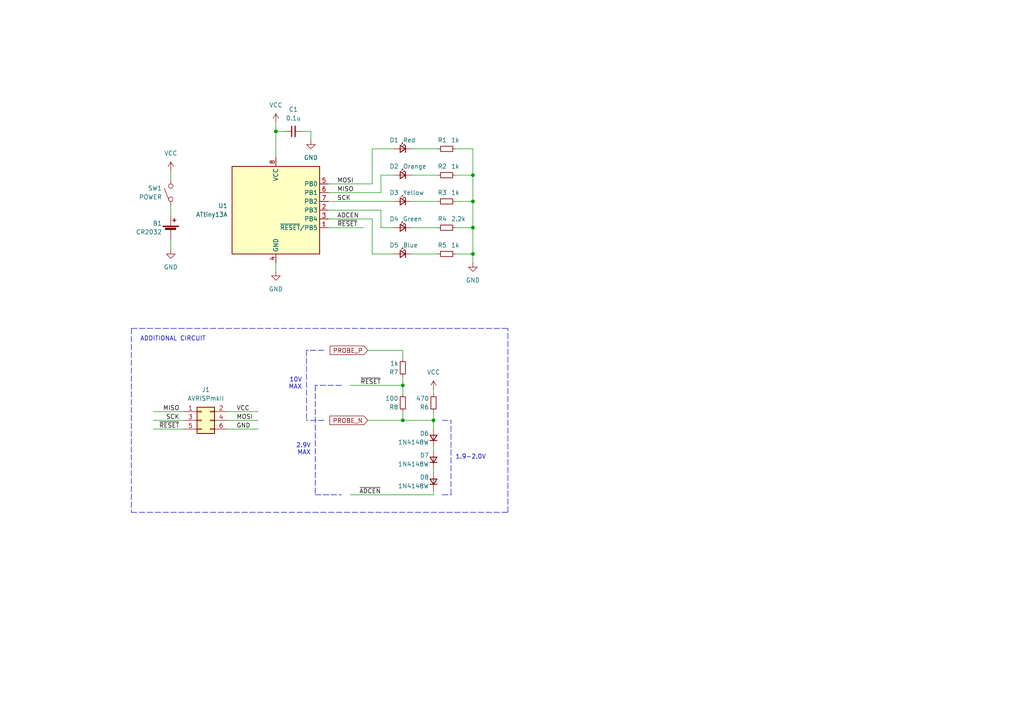
<source format=kicad_sch>
(kicad_sch (version 20211123) (generator eeschema)

  (uuid da795cd8-9be9-4a7a-ae88-18da5ea0260a)

  (paper "A4")

  (lib_symbols
    (symbol "Connector_Generic:Conn_02x03_Odd_Even" (pin_names (offset 1.016) hide) (in_bom yes) (on_board yes)
      (property "Reference" "J" (id 0) (at 1.27 5.08 0)
        (effects (font (size 1.27 1.27)))
      )
      (property "Value" "Conn_02x03_Odd_Even" (id 1) (at 1.27 -5.08 0)
        (effects (font (size 1.27 1.27)))
      )
      (property "Footprint" "" (id 2) (at 0 0 0)
        (effects (font (size 1.27 1.27)) hide)
      )
      (property "Datasheet" "~" (id 3) (at 0 0 0)
        (effects (font (size 1.27 1.27)) hide)
      )
      (property "ki_keywords" "connector" (id 4) (at 0 0 0)
        (effects (font (size 1.27 1.27)) hide)
      )
      (property "ki_description" "Generic connector, double row, 02x03, odd/even pin numbering scheme (row 1 odd numbers, row 2 even numbers), script generated (kicad-library-utils/schlib/autogen/connector/)" (id 5) (at 0 0 0)
        (effects (font (size 1.27 1.27)) hide)
      )
      (property "ki_fp_filters" "Connector*:*_2x??_*" (id 6) (at 0 0 0)
        (effects (font (size 1.27 1.27)) hide)
      )
      (symbol "Conn_02x03_Odd_Even_1_1"
        (rectangle (start -1.27 -2.413) (end 0 -2.667)
          (stroke (width 0.1524) (type default) (color 0 0 0 0))
          (fill (type none))
        )
        (rectangle (start -1.27 0.127) (end 0 -0.127)
          (stroke (width 0.1524) (type default) (color 0 0 0 0))
          (fill (type none))
        )
        (rectangle (start -1.27 2.667) (end 0 2.413)
          (stroke (width 0.1524) (type default) (color 0 0 0 0))
          (fill (type none))
        )
        (rectangle (start -1.27 3.81) (end 3.81 -3.81)
          (stroke (width 0.254) (type default) (color 0 0 0 0))
          (fill (type background))
        )
        (rectangle (start 3.81 -2.413) (end 2.54 -2.667)
          (stroke (width 0.1524) (type default) (color 0 0 0 0))
          (fill (type none))
        )
        (rectangle (start 3.81 0.127) (end 2.54 -0.127)
          (stroke (width 0.1524) (type default) (color 0 0 0 0))
          (fill (type none))
        )
        (rectangle (start 3.81 2.667) (end 2.54 2.413)
          (stroke (width 0.1524) (type default) (color 0 0 0 0))
          (fill (type none))
        )
        (pin passive line (at -5.08 2.54 0) (length 3.81)
          (name "Pin_1" (effects (font (size 1.27 1.27))))
          (number "1" (effects (font (size 1.27 1.27))))
        )
        (pin passive line (at 7.62 2.54 180) (length 3.81)
          (name "Pin_2" (effects (font (size 1.27 1.27))))
          (number "2" (effects (font (size 1.27 1.27))))
        )
        (pin passive line (at -5.08 0 0) (length 3.81)
          (name "Pin_3" (effects (font (size 1.27 1.27))))
          (number "3" (effects (font (size 1.27 1.27))))
        )
        (pin passive line (at 7.62 0 180) (length 3.81)
          (name "Pin_4" (effects (font (size 1.27 1.27))))
          (number "4" (effects (font (size 1.27 1.27))))
        )
        (pin passive line (at -5.08 -2.54 0) (length 3.81)
          (name "Pin_5" (effects (font (size 1.27 1.27))))
          (number "5" (effects (font (size 1.27 1.27))))
        )
        (pin passive line (at 7.62 -2.54 180) (length 3.81)
          (name "Pin_6" (effects (font (size 1.27 1.27))))
          (number "6" (effects (font (size 1.27 1.27))))
        )
      )
    )
    (symbol "Device:Battery_Cell" (pin_numbers hide) (pin_names (offset 0) hide) (in_bom yes) (on_board yes)
      (property "Reference" "BT" (id 0) (at 2.54 2.54 0)
        (effects (font (size 1.27 1.27)) (justify left))
      )
      (property "Value" "Battery_Cell" (id 1) (at 2.54 0 0)
        (effects (font (size 1.27 1.27)) (justify left))
      )
      (property "Footprint" "" (id 2) (at 0 1.524 90)
        (effects (font (size 1.27 1.27)) hide)
      )
      (property "Datasheet" "~" (id 3) (at 0 1.524 90)
        (effects (font (size 1.27 1.27)) hide)
      )
      (property "ki_keywords" "battery cell" (id 4) (at 0 0 0)
        (effects (font (size 1.27 1.27)) hide)
      )
      (property "ki_description" "Single-cell battery" (id 5) (at 0 0 0)
        (effects (font (size 1.27 1.27)) hide)
      )
      (symbol "Battery_Cell_0_1"
        (rectangle (start -2.286 1.778) (end 2.286 1.524)
          (stroke (width 0) (type default) (color 0 0 0 0))
          (fill (type outline))
        )
        (rectangle (start -1.5748 1.1938) (end 1.4732 0.6858)
          (stroke (width 0) (type default) (color 0 0 0 0))
          (fill (type outline))
        )
        (polyline
          (pts
            (xy 0 0.762)
            (xy 0 0)
          )
          (stroke (width 0) (type default) (color 0 0 0 0))
          (fill (type none))
        )
        (polyline
          (pts
            (xy 0 1.778)
            (xy 0 2.54)
          )
          (stroke (width 0) (type default) (color 0 0 0 0))
          (fill (type none))
        )
        (polyline
          (pts
            (xy 0.508 3.429)
            (xy 1.524 3.429)
          )
          (stroke (width 0.254) (type default) (color 0 0 0 0))
          (fill (type none))
        )
        (polyline
          (pts
            (xy 1.016 3.937)
            (xy 1.016 2.921)
          )
          (stroke (width 0.254) (type default) (color 0 0 0 0))
          (fill (type none))
        )
      )
      (symbol "Battery_Cell_1_1"
        (pin passive line (at 0 5.08 270) (length 2.54)
          (name "+" (effects (font (size 1.27 1.27))))
          (number "1" (effects (font (size 1.27 1.27))))
        )
        (pin passive line (at 0 -2.54 90) (length 2.54)
          (name "-" (effects (font (size 1.27 1.27))))
          (number "2" (effects (font (size 1.27 1.27))))
        )
      )
    )
    (symbol "Device:C_Small" (pin_numbers hide) (pin_names (offset 0.254) hide) (in_bom yes) (on_board yes)
      (property "Reference" "C" (id 0) (at 0.254 1.778 0)
        (effects (font (size 1.27 1.27)) (justify left))
      )
      (property "Value" "C_Small" (id 1) (at 0.254 -2.032 0)
        (effects (font (size 1.27 1.27)) (justify left))
      )
      (property "Footprint" "" (id 2) (at 0 0 0)
        (effects (font (size 1.27 1.27)) hide)
      )
      (property "Datasheet" "~" (id 3) (at 0 0 0)
        (effects (font (size 1.27 1.27)) hide)
      )
      (property "ki_keywords" "capacitor cap" (id 4) (at 0 0 0)
        (effects (font (size 1.27 1.27)) hide)
      )
      (property "ki_description" "Unpolarized capacitor, small symbol" (id 5) (at 0 0 0)
        (effects (font (size 1.27 1.27)) hide)
      )
      (property "ki_fp_filters" "C_*" (id 6) (at 0 0 0)
        (effects (font (size 1.27 1.27)) hide)
      )
      (symbol "C_Small_0_1"
        (polyline
          (pts
            (xy -1.524 -0.508)
            (xy 1.524 -0.508)
          )
          (stroke (width 0.3302) (type default) (color 0 0 0 0))
          (fill (type none))
        )
        (polyline
          (pts
            (xy -1.524 0.508)
            (xy 1.524 0.508)
          )
          (stroke (width 0.3048) (type default) (color 0 0 0 0))
          (fill (type none))
        )
      )
      (symbol "C_Small_1_1"
        (pin passive line (at 0 2.54 270) (length 2.032)
          (name "~" (effects (font (size 1.27 1.27))))
          (number "1" (effects (font (size 1.27 1.27))))
        )
        (pin passive line (at 0 -2.54 90) (length 2.032)
          (name "~" (effects (font (size 1.27 1.27))))
          (number "2" (effects (font (size 1.27 1.27))))
        )
      )
    )
    (symbol "Device:D_Small" (pin_numbers hide) (pin_names (offset 0.254) hide) (in_bom yes) (on_board yes)
      (property "Reference" "D" (id 0) (at -1.27 2.032 0)
        (effects (font (size 1.27 1.27)) (justify left))
      )
      (property "Value" "D_Small" (id 1) (at -3.81 -2.032 0)
        (effects (font (size 1.27 1.27)) (justify left))
      )
      (property "Footprint" "" (id 2) (at 0 0 90)
        (effects (font (size 1.27 1.27)) hide)
      )
      (property "Datasheet" "~" (id 3) (at 0 0 90)
        (effects (font (size 1.27 1.27)) hide)
      )
      (property "ki_keywords" "diode" (id 4) (at 0 0 0)
        (effects (font (size 1.27 1.27)) hide)
      )
      (property "ki_description" "Diode, small symbol" (id 5) (at 0 0 0)
        (effects (font (size 1.27 1.27)) hide)
      )
      (property "ki_fp_filters" "TO-???* *_Diode_* *SingleDiode* D_*" (id 6) (at 0 0 0)
        (effects (font (size 1.27 1.27)) hide)
      )
      (symbol "D_Small_0_1"
        (polyline
          (pts
            (xy -0.762 -1.016)
            (xy -0.762 1.016)
          )
          (stroke (width 0.254) (type default) (color 0 0 0 0))
          (fill (type none))
        )
        (polyline
          (pts
            (xy -0.762 0)
            (xy 0.762 0)
          )
          (stroke (width 0) (type default) (color 0 0 0 0))
          (fill (type none))
        )
        (polyline
          (pts
            (xy 0.762 -1.016)
            (xy -0.762 0)
            (xy 0.762 1.016)
            (xy 0.762 -1.016)
          )
          (stroke (width 0.254) (type default) (color 0 0 0 0))
          (fill (type none))
        )
      )
      (symbol "D_Small_1_1"
        (pin passive line (at -2.54 0 0) (length 1.778)
          (name "K" (effects (font (size 1.27 1.27))))
          (number "1" (effects (font (size 1.27 1.27))))
        )
        (pin passive line (at 2.54 0 180) (length 1.778)
          (name "A" (effects (font (size 1.27 1.27))))
          (number "2" (effects (font (size 1.27 1.27))))
        )
      )
    )
    (symbol "Device:LED_Small" (pin_numbers hide) (pin_names (offset 0.254) hide) (in_bom yes) (on_board yes)
      (property "Reference" "D" (id 0) (at -1.27 3.175 0)
        (effects (font (size 1.27 1.27)) (justify left))
      )
      (property "Value" "LED_Small" (id 1) (at -4.445 -2.54 0)
        (effects (font (size 1.27 1.27)) (justify left))
      )
      (property "Footprint" "" (id 2) (at 0 0 90)
        (effects (font (size 1.27 1.27)) hide)
      )
      (property "Datasheet" "~" (id 3) (at 0 0 90)
        (effects (font (size 1.27 1.27)) hide)
      )
      (property "ki_keywords" "LED diode light-emitting-diode" (id 4) (at 0 0 0)
        (effects (font (size 1.27 1.27)) hide)
      )
      (property "ki_description" "Light emitting diode, small symbol" (id 5) (at 0 0 0)
        (effects (font (size 1.27 1.27)) hide)
      )
      (property "ki_fp_filters" "LED* LED_SMD:* LED_THT:*" (id 6) (at 0 0 0)
        (effects (font (size 1.27 1.27)) hide)
      )
      (symbol "LED_Small_0_1"
        (polyline
          (pts
            (xy -0.762 -1.016)
            (xy -0.762 1.016)
          )
          (stroke (width 0.254) (type default) (color 0 0 0 0))
          (fill (type none))
        )
        (polyline
          (pts
            (xy 1.016 0)
            (xy -0.762 0)
          )
          (stroke (width 0) (type default) (color 0 0 0 0))
          (fill (type none))
        )
        (polyline
          (pts
            (xy 0.762 -1.016)
            (xy -0.762 0)
            (xy 0.762 1.016)
            (xy 0.762 -1.016)
          )
          (stroke (width 0.254) (type default) (color 0 0 0 0))
          (fill (type none))
        )
        (polyline
          (pts
            (xy 0 0.762)
            (xy -0.508 1.27)
            (xy -0.254 1.27)
            (xy -0.508 1.27)
            (xy -0.508 1.016)
          )
          (stroke (width 0) (type default) (color 0 0 0 0))
          (fill (type none))
        )
        (polyline
          (pts
            (xy 0.508 1.27)
            (xy 0 1.778)
            (xy 0.254 1.778)
            (xy 0 1.778)
            (xy 0 1.524)
          )
          (stroke (width 0) (type default) (color 0 0 0 0))
          (fill (type none))
        )
      )
      (symbol "LED_Small_1_1"
        (pin passive line (at -2.54 0 0) (length 1.778)
          (name "K" (effects (font (size 1.27 1.27))))
          (number "1" (effects (font (size 1.27 1.27))))
        )
        (pin passive line (at 2.54 0 180) (length 1.778)
          (name "A" (effects (font (size 1.27 1.27))))
          (number "2" (effects (font (size 1.27 1.27))))
        )
      )
    )
    (symbol "Device:R_Small" (pin_numbers hide) (pin_names (offset 0.254) hide) (in_bom yes) (on_board yes)
      (property "Reference" "R" (id 0) (at 0.762 0.508 0)
        (effects (font (size 1.27 1.27)) (justify left))
      )
      (property "Value" "R_Small" (id 1) (at 0.762 -1.016 0)
        (effects (font (size 1.27 1.27)) (justify left))
      )
      (property "Footprint" "" (id 2) (at 0 0 0)
        (effects (font (size 1.27 1.27)) hide)
      )
      (property "Datasheet" "~" (id 3) (at 0 0 0)
        (effects (font (size 1.27 1.27)) hide)
      )
      (property "ki_keywords" "R resistor" (id 4) (at 0 0 0)
        (effects (font (size 1.27 1.27)) hide)
      )
      (property "ki_description" "Resistor, small symbol" (id 5) (at 0 0 0)
        (effects (font (size 1.27 1.27)) hide)
      )
      (property "ki_fp_filters" "R_*" (id 6) (at 0 0 0)
        (effects (font (size 1.27 1.27)) hide)
      )
      (symbol "R_Small_0_1"
        (rectangle (start -0.762 1.778) (end 0.762 -1.778)
          (stroke (width 0.2032) (type default) (color 0 0 0 0))
          (fill (type none))
        )
      )
      (symbol "R_Small_1_1"
        (pin passive line (at 0 2.54 270) (length 0.762)
          (name "~" (effects (font (size 1.27 1.27))))
          (number "1" (effects (font (size 1.27 1.27))))
        )
        (pin passive line (at 0 -2.54 90) (length 0.762)
          (name "~" (effects (font (size 1.27 1.27))))
          (number "2" (effects (font (size 1.27 1.27))))
        )
      )
    )
    (symbol "MCU_Microchip_ATtiny:ATtiny13A-S" (in_bom yes) (on_board yes)
      (property "Reference" "U" (id 0) (at -12.7 13.97 0)
        (effects (font (size 1.27 1.27)) (justify left bottom))
      )
      (property "Value" "ATtiny13A-S" (id 1) (at 2.54 -13.97 0)
        (effects (font (size 1.27 1.27)) (justify left top))
      )
      (property "Footprint" "Package_SO:SOIC-8W_5.3x5.3mm_P1.27mm" (id 2) (at 0 0 0)
        (effects (font (size 1.27 1.27) italic) hide)
      )
      (property "Datasheet" "http://ww1.microchip.com/downloads/en/DeviceDoc/doc8126.pdf" (id 3) (at 0 0 0)
        (effects (font (size 1.27 1.27)) hide)
      )
      (property "ki_keywords" "AVR 8bit Microcontroller tinyAVR" (id 4) (at 0 0 0)
        (effects (font (size 1.27 1.27)) hide)
      )
      (property "ki_description" "20MHz, 1kB Flash, 64B SRAM, 64B EEPROM, debugWIRE, SOIC-8W" (id 5) (at 0 0 0)
        (effects (font (size 1.27 1.27)) hide)
      )
      (property "ki_fp_filters" "SOIC*5.3x5.3mm*P1.27mm*" (id 6) (at 0 0 0)
        (effects (font (size 1.27 1.27)) hide)
      )
      (symbol "ATtiny13A-S_0_1"
        (rectangle (start -12.7 -12.7) (end 12.7 12.7)
          (stroke (width 0.254) (type default) (color 0 0 0 0))
          (fill (type background))
        )
      )
      (symbol "ATtiny13A-S_1_1"
        (pin bidirectional line (at 15.24 -5.08 180) (length 2.54)
          (name "~{RESET}/PB5" (effects (font (size 1.27 1.27))))
          (number "1" (effects (font (size 1.27 1.27))))
        )
        (pin bidirectional line (at 15.24 0 180) (length 2.54)
          (name "PB3" (effects (font (size 1.27 1.27))))
          (number "2" (effects (font (size 1.27 1.27))))
        )
        (pin bidirectional line (at 15.24 -2.54 180) (length 2.54)
          (name "PB4" (effects (font (size 1.27 1.27))))
          (number "3" (effects (font (size 1.27 1.27))))
        )
        (pin power_in line (at 0 -15.24 90) (length 2.54)
          (name "GND" (effects (font (size 1.27 1.27))))
          (number "4" (effects (font (size 1.27 1.27))))
        )
        (pin bidirectional line (at 15.24 7.62 180) (length 2.54)
          (name "PB0" (effects (font (size 1.27 1.27))))
          (number "5" (effects (font (size 1.27 1.27))))
        )
        (pin bidirectional line (at 15.24 5.08 180) (length 2.54)
          (name "PB1" (effects (font (size 1.27 1.27))))
          (number "6" (effects (font (size 1.27 1.27))))
        )
        (pin bidirectional line (at 15.24 2.54 180) (length 2.54)
          (name "PB2" (effects (font (size 1.27 1.27))))
          (number "7" (effects (font (size 1.27 1.27))))
        )
        (pin power_in line (at 0 15.24 270) (length 2.54)
          (name "VCC" (effects (font (size 1.27 1.27))))
          (number "8" (effects (font (size 1.27 1.27))))
        )
      )
    )
    (symbol "power:GND" (power) (pin_names (offset 0)) (in_bom yes) (on_board yes)
      (property "Reference" "#PWR" (id 0) (at 0 -6.35 0)
        (effects (font (size 1.27 1.27)) hide)
      )
      (property "Value" "GND" (id 1) (at 0 -3.81 0)
        (effects (font (size 1.27 1.27)))
      )
      (property "Footprint" "" (id 2) (at 0 0 0)
        (effects (font (size 1.27 1.27)) hide)
      )
      (property "Datasheet" "" (id 3) (at 0 0 0)
        (effects (font (size 1.27 1.27)) hide)
      )
      (property "ki_keywords" "global power" (id 4) (at 0 0 0)
        (effects (font (size 1.27 1.27)) hide)
      )
      (property "ki_description" "Power symbol creates a global label with name \"GND\" , ground" (id 5) (at 0 0 0)
        (effects (font (size 1.27 1.27)) hide)
      )
      (symbol "GND_0_1"
        (polyline
          (pts
            (xy 0 0)
            (xy 0 -1.27)
            (xy 1.27 -1.27)
            (xy 0 -2.54)
            (xy -1.27 -1.27)
            (xy 0 -1.27)
          )
          (stroke (width 0) (type default) (color 0 0 0 0))
          (fill (type none))
        )
      )
      (symbol "GND_1_1"
        (pin power_in line (at 0 0 270) (length 0) hide
          (name "GND" (effects (font (size 1.27 1.27))))
          (number "1" (effects (font (size 1.27 1.27))))
        )
      )
    )
    (symbol "power:VCC" (power) (pin_names (offset 0)) (in_bom yes) (on_board yes)
      (property "Reference" "#PWR" (id 0) (at 0 -3.81 0)
        (effects (font (size 1.27 1.27)) hide)
      )
      (property "Value" "VCC" (id 1) (at 0 3.81 0)
        (effects (font (size 1.27 1.27)))
      )
      (property "Footprint" "" (id 2) (at 0 0 0)
        (effects (font (size 1.27 1.27)) hide)
      )
      (property "Datasheet" "" (id 3) (at 0 0 0)
        (effects (font (size 1.27 1.27)) hide)
      )
      (property "ki_keywords" "global power" (id 4) (at 0 0 0)
        (effects (font (size 1.27 1.27)) hide)
      )
      (property "ki_description" "Power symbol creates a global label with name \"VCC\"" (id 5) (at 0 0 0)
        (effects (font (size 1.27 1.27)) hide)
      )
      (symbol "VCC_0_1"
        (polyline
          (pts
            (xy -0.762 1.27)
            (xy 0 2.54)
          )
          (stroke (width 0) (type default) (color 0 0 0 0))
          (fill (type none))
        )
        (polyline
          (pts
            (xy 0 0)
            (xy 0 2.54)
          )
          (stroke (width 0) (type default) (color 0 0 0 0))
          (fill (type none))
        )
        (polyline
          (pts
            (xy 0 2.54)
            (xy 0.762 1.27)
          )
          (stroke (width 0) (type default) (color 0 0 0 0))
          (fill (type none))
        )
      )
      (symbol "VCC_1_1"
        (pin power_in line (at 0 0 90) (length 0) hide
          (name "VCC" (effects (font (size 1.27 1.27))))
          (number "1" (effects (font (size 1.27 1.27))))
        )
      )
    )
    (symbol "shpc_mecha:SW_SMALL" (pin_names (offset 1.016)) (in_bom yes) (on_board yes)
      (property "Reference" "SW" (id 0) (at -2.54 -2.54 0)
        (effects (font (size 1.27 1.27)) (justify left bottom))
      )
      (property "Value" "SW_SMALL" (id 1) (at -2.54 -3.81 0)
        (effects (font (size 1.27 1.27)) (justify left))
      )
      (property "Footprint" "" (id 2) (at 0 0 0)
        (effects (font (size 1.524 1.524)))
      )
      (property "Datasheet" "" (id 3) (at 0 0 0)
        (effects (font (size 1.524 1.524)))
      )
      (symbol "SW_SMALL_0_1"
        (circle (center -1.905 0) (radius 0.635)
          (stroke (width 0) (type default) (color 0 0 0 0))
          (fill (type none))
        )
        (polyline
          (pts
            (xy 1.27 1.905)
            (xy -1.905 0.635)
          )
          (stroke (width 0) (type default) (color 0 0 0 0))
          (fill (type none))
        )
        (circle (center 1.905 0) (radius 0.635)
          (stroke (width 0) (type default) (color 0 0 0 0))
          (fill (type none))
        )
      )
      (symbol "SW_SMALL_1_1"
        (pin passive line (at -3.81 0 0) (length 1.27)
          (name "~" (effects (font (size 1.27 1.27))))
          (number "~" (effects (font (size 1.27 1.27))))
        )
        (pin passive line (at 3.81 0 180) (length 1.27)
          (name "~" (effects (font (size 1.27 1.27))))
          (number "~" (effects (font (size 1.27 1.27))))
        )
      )
    )
  )

  (junction (at 137.16 58.42) (diameter 0) (color 0 0 0 0)
    (uuid 0fd28b71-14c2-4888-8b56-9f301de2d7db)
  )
  (junction (at 125.73 121.92) (diameter 0) (color 0 0 0 0)
    (uuid 32e79651-a362-44ed-8329-150240d2bf5c)
  )
  (junction (at 137.16 66.04) (diameter 0) (color 0 0 0 0)
    (uuid 5a3395a3-dd6b-4bfe-918c-391912451936)
  )
  (junction (at 137.16 50.8) (diameter 0) (color 0 0 0 0)
    (uuid 5af962f2-a45b-4460-9a0c-bb40bd3c0556)
  )
  (junction (at 137.16 73.66) (diameter 0) (color 0 0 0 0)
    (uuid 667dfc3c-4fec-40e5-9e84-51a2b21270a1)
  )
  (junction (at 80.01 38.1) (diameter 0) (color 0 0 0 0)
    (uuid 8ae4ec58-b7a0-42de-83fa-9391d417684d)
  )
  (junction (at 116.84 121.92) (diameter 0) (color 0 0 0 0)
    (uuid 954047bb-5af8-4ea9-8180-950f166ea5b4)
  )
  (junction (at 116.84 111.76) (diameter 0) (color 0 0 0 0)
    (uuid ca0e837b-1fac-46b6-af5e-2aa007a9a1f0)
  )

  (wire (pts (xy 119.38 73.66) (xy 127 73.66))
    (stroke (width 0) (type default) (color 0 0 0 0))
    (uuid 00d3b80e-9dc4-47ba-b30a-d3ddc6cced73)
  )
  (wire (pts (xy 80.01 38.1) (xy 80.01 45.72))
    (stroke (width 0) (type default) (color 0 0 0 0))
    (uuid 060dfc10-6f0e-4b01-8e68-3f995720d434)
  )
  (wire (pts (xy 119.38 43.18) (xy 127 43.18))
    (stroke (width 0) (type default) (color 0 0 0 0))
    (uuid 0b755ebe-8313-4338-94e1-5bce1f622467)
  )
  (wire (pts (xy 119.38 58.42) (xy 127 58.42))
    (stroke (width 0) (type default) (color 0 0 0 0))
    (uuid 0d628b7a-5038-4367-aaec-d157cda27fc1)
  )
  (wire (pts (xy 119.38 50.8) (xy 127 50.8))
    (stroke (width 0) (type default) (color 0 0 0 0))
    (uuid 120e2203-1492-46a1-a073-842f6214bbad)
  )
  (polyline (pts (xy 93.98 121.92) (xy 88.9 121.92))
    (stroke (width 0) (type default) (color 0 0 0 0))
    (uuid 17fc4672-079f-4e9c-bdaa-5b7cb3ccfd5f)
  )
  (polyline (pts (xy 99.06 111.76) (xy 91.44 111.76))
    (stroke (width 0) (type default) (color 0 0 0 0))
    (uuid 1d05a7eb-5abc-400f-8f83-f6461e75b0e3)
  )

  (wire (pts (xy 110.49 66.04) (xy 114.3 66.04))
    (stroke (width 0) (type default) (color 0 0 0 0))
    (uuid 24d22bf0-7d2e-4447-9b08-bcb7d217c1c1)
  )
  (wire (pts (xy 49.53 49.53) (xy 49.53 52.07))
    (stroke (width 0) (type default) (color 0 0 0 0))
    (uuid 26c6bded-4c22-42cf-ae66-0258e92e86cb)
  )
  (wire (pts (xy 116.84 109.22) (xy 116.84 111.76))
    (stroke (width 0) (type default) (color 0 0 0 0))
    (uuid 28ca7fb8-5265-4ca6-a893-2a5bfff50e5d)
  )
  (wire (pts (xy 125.73 135.89) (xy 125.73 137.16))
    (stroke (width 0) (type default) (color 0 0 0 0))
    (uuid 2b299360-a1d3-4d62-ba38-2cc6716d538d)
  )
  (wire (pts (xy 116.84 111.76) (xy 101.6 111.76))
    (stroke (width 0) (type default) (color 0 0 0 0))
    (uuid 2e4c30aa-75f9-4175-8ae6-6cc432a008c7)
  )
  (wire (pts (xy 110.49 50.8) (xy 114.3 50.8))
    (stroke (width 0) (type default) (color 0 0 0 0))
    (uuid 2ebde0f2-97f7-48fe-bef0-22be730a32a6)
  )
  (wire (pts (xy 66.04 124.46) (xy 74.93 124.46))
    (stroke (width 0) (type default) (color 0 0 0 0))
    (uuid 2f528c99-5f69-43ed-a644-08bd326841ed)
  )
  (wire (pts (xy 137.16 50.8) (xy 137.16 58.42))
    (stroke (width 0) (type default) (color 0 0 0 0))
    (uuid 33fa51ad-fd77-4fdc-a985-fb297f876514)
  )
  (wire (pts (xy 137.16 43.18) (xy 137.16 50.8))
    (stroke (width 0) (type default) (color 0 0 0 0))
    (uuid 380f3138-501b-42b9-8b67-959dae879489)
  )
  (wire (pts (xy 132.08 58.42) (xy 137.16 58.42))
    (stroke (width 0) (type default) (color 0 0 0 0))
    (uuid 3cb9df55-cff2-4546-8eaf-3fff5000b344)
  )
  (wire (pts (xy 80.01 76.2) (xy 80.01 78.74))
    (stroke (width 0) (type default) (color 0 0 0 0))
    (uuid 43eee671-252e-4c83-a584-6218ef46d936)
  )
  (wire (pts (xy 132.08 66.04) (xy 137.16 66.04))
    (stroke (width 0) (type default) (color 0 0 0 0))
    (uuid 44ab0baa-a790-44d7-94d2-52bfe019e8fc)
  )
  (wire (pts (xy 95.25 60.96) (xy 110.49 60.96))
    (stroke (width 0) (type default) (color 0 0 0 0))
    (uuid 471f62d6-80cc-4222-8fff-cea835038672)
  )
  (wire (pts (xy 66.04 121.92) (xy 74.93 121.92))
    (stroke (width 0) (type default) (color 0 0 0 0))
    (uuid 47b196df-cdde-446d-858f-a46264f01c20)
  )
  (polyline (pts (xy 38.1 95.25) (xy 147.32 95.25))
    (stroke (width 0) (type default) (color 0 0 0 0))
    (uuid 49144790-aa5c-42c3-858f-c592882090c9)
  )

  (wire (pts (xy 137.16 73.66) (xy 137.16 76.2))
    (stroke (width 0) (type default) (color 0 0 0 0))
    (uuid 49e1ba0e-6cf5-4c88-be21-377cfc91b045)
  )
  (wire (pts (xy 132.08 50.8) (xy 137.16 50.8))
    (stroke (width 0) (type default) (color 0 0 0 0))
    (uuid 4aa76783-e53e-472e-bcd7-15288bd5c392)
  )
  (wire (pts (xy 66.04 119.38) (xy 74.93 119.38))
    (stroke (width 0) (type default) (color 0 0 0 0))
    (uuid 57d4da01-0859-4c27-aa27-4850dbc51b46)
  )
  (wire (pts (xy 125.73 113.03) (xy 125.73 114.3))
    (stroke (width 0) (type default) (color 0 0 0 0))
    (uuid 59fceede-68dd-4668-bc56-5e46c229d80e)
  )
  (polyline (pts (xy 38.1 148.59) (xy 147.32 148.59))
    (stroke (width 0) (type default) (color 0 0 0 0))
    (uuid 5e25343b-16a6-4640-9a0c-d91f09730c89)
  )

  (wire (pts (xy 90.17 40.64) (xy 90.17 38.1))
    (stroke (width 0) (type default) (color 0 0 0 0))
    (uuid 5e5e1e74-555c-484d-884b-f7fd34c31493)
  )
  (wire (pts (xy 116.84 111.76) (xy 116.84 114.3))
    (stroke (width 0) (type default) (color 0 0 0 0))
    (uuid 64ce1538-04f1-45ec-833c-88e385fbf35e)
  )
  (wire (pts (xy 90.17 38.1) (xy 87.63 38.1))
    (stroke (width 0) (type default) (color 0 0 0 0))
    (uuid 68b30665-58eb-43ba-8e2c-ae538ee032b7)
  )
  (wire (pts (xy 110.49 55.88) (xy 110.49 50.8))
    (stroke (width 0) (type default) (color 0 0 0 0))
    (uuid 6905d908-ba72-4674-b8e1-cffb04dbd253)
  )
  (wire (pts (xy 49.53 69.85) (xy 49.53 72.39))
    (stroke (width 0) (type default) (color 0 0 0 0))
    (uuid 69c1341c-f548-4411-8abb-5d63331b6ce3)
  )
  (wire (pts (xy 125.73 142.24) (xy 125.73 143.51))
    (stroke (width 0) (type default) (color 0 0 0 0))
    (uuid 6b70382e-6b41-4eef-aa5e-387bb2f21d4c)
  )
  (wire (pts (xy 116.84 104.14) (xy 116.84 101.6))
    (stroke (width 0) (type default) (color 0 0 0 0))
    (uuid 6c59d0d1-8383-499e-bfea-43bbbb535d7a)
  )
  (polyline (pts (xy 128.27 143.51) (xy 130.81 143.51))
    (stroke (width 0) (type default) (color 0 0 0 0))
    (uuid 716edf9f-afaa-49ad-9e23-e8f87e6f6fb4)
  )

  (wire (pts (xy 95.25 53.34) (xy 107.95 53.34))
    (stroke (width 0) (type default) (color 0 0 0 0))
    (uuid 78f3fdc2-4bc6-4070-ae10-bfd07d1cacf0)
  )
  (wire (pts (xy 95.25 66.04) (xy 105.41 66.04))
    (stroke (width 0) (type default) (color 0 0 0 0))
    (uuid 81d93c59-c350-45ea-9a27-1a1dd124fbdd)
  )
  (wire (pts (xy 95.25 63.5) (xy 107.95 63.5))
    (stroke (width 0) (type default) (color 0 0 0 0))
    (uuid 820cd0f9-5d32-4c9b-94bb-0a8c82731eea)
  )
  (wire (pts (xy 80.01 38.1) (xy 82.55 38.1))
    (stroke (width 0) (type default) (color 0 0 0 0))
    (uuid 8255ba7c-14e5-4baf-8683-74199af90e31)
  )
  (polyline (pts (xy 91.44 111.76) (xy 91.44 143.51))
    (stroke (width 0) (type default) (color 0 0 0 0))
    (uuid 82f3d320-1045-4b1c-83fa-1520a43cdb64)
  )
  (polyline (pts (xy 38.1 95.25) (xy 38.1 148.59))
    (stroke (width 0) (type default) (color 0 0 0 0))
    (uuid 840988a4-b531-4673-9f98-b8e8bc461540)
  )

  (wire (pts (xy 44.45 121.92) (xy 53.34 121.92))
    (stroke (width 0) (type default) (color 0 0 0 0))
    (uuid 85ac775b-715e-469b-ac22-bc7b7ccf9ca1)
  )
  (wire (pts (xy 137.16 58.42) (xy 137.16 66.04))
    (stroke (width 0) (type default) (color 0 0 0 0))
    (uuid 88e501a6-6253-46a3-88f2-43cfe4f83874)
  )
  (wire (pts (xy 125.73 129.54) (xy 125.73 130.81))
    (stroke (width 0) (type default) (color 0 0 0 0))
    (uuid 8a9617fa-8001-462b-bc5a-55bd37e2e5c7)
  )
  (wire (pts (xy 101.6 143.51) (xy 125.73 143.51))
    (stroke (width 0) (type default) (color 0 0 0 0))
    (uuid 948a7aff-73fc-44b4-9b2c-6b0ceccb995d)
  )
  (polyline (pts (xy 128.27 121.92) (xy 130.81 121.92))
    (stroke (width 0) (type default) (color 0 0 0 0))
    (uuid 9bb11dda-568e-45d3-b0ba-8dfb1d44d438)
  )

  (wire (pts (xy 116.84 101.6) (xy 106.68 101.6))
    (stroke (width 0) (type default) (color 0 0 0 0))
    (uuid 9e1952e5-f450-42c3-bf05-8dc321a97593)
  )
  (wire (pts (xy 125.73 121.92) (xy 125.73 124.46))
    (stroke (width 0) (type default) (color 0 0 0 0))
    (uuid a2bd6c74-699f-4294-a9e4-58ec3525d3fb)
  )
  (wire (pts (xy 116.84 119.38) (xy 116.84 121.92))
    (stroke (width 0) (type default) (color 0 0 0 0))
    (uuid a2e153e4-ce34-410c-859d-fc4c41483b81)
  )
  (wire (pts (xy 107.95 43.18) (xy 114.3 43.18))
    (stroke (width 0) (type default) (color 0 0 0 0))
    (uuid a5bf0d1d-6b33-4962-8619-c9a32f4bf267)
  )
  (wire (pts (xy 44.45 119.38) (xy 53.34 119.38))
    (stroke (width 0) (type default) (color 0 0 0 0))
    (uuid a8bfc010-83a5-4d43-bf27-31694f4fcb44)
  )
  (polyline (pts (xy 91.44 143.51) (xy 99.06 143.51))
    (stroke (width 0) (type default) (color 0 0 0 0))
    (uuid b580a7d4-2b4b-4a4d-931c-daabf4cc1934)
  )

  (wire (pts (xy 132.08 73.66) (xy 137.16 73.66))
    (stroke (width 0) (type default) (color 0 0 0 0))
    (uuid c2073d91-75eb-4a23-a8b6-8f3879ad27ec)
  )
  (wire (pts (xy 107.95 63.5) (xy 107.95 73.66))
    (stroke (width 0) (type default) (color 0 0 0 0))
    (uuid cbd5d9c2-240b-4b4f-b9c8-82ca6e3afdec)
  )
  (wire (pts (xy 44.45 124.46) (xy 53.34 124.46))
    (stroke (width 0) (type default) (color 0 0 0 0))
    (uuid cdc1b378-91e0-4eee-8955-831d5ceb9d6d)
  )
  (polyline (pts (xy 130.81 143.51) (xy 130.81 121.92))
    (stroke (width 0) (type default) (color 0 0 0 0))
    (uuid d0864c44-aff5-4c4c-ac1c-6a2d2328c7dd)
  )

  (wire (pts (xy 119.38 66.04) (xy 127 66.04))
    (stroke (width 0) (type default) (color 0 0 0 0))
    (uuid d1ad8d41-c3ca-47d6-8d10-de7a96061ab9)
  )
  (wire (pts (xy 107.95 73.66) (xy 114.3 73.66))
    (stroke (width 0) (type default) (color 0 0 0 0))
    (uuid d1c80958-c790-4fac-89fe-d540b32efaa4)
  )
  (wire (pts (xy 137.16 66.04) (xy 137.16 73.66))
    (stroke (width 0) (type default) (color 0 0 0 0))
    (uuid d95475d2-d6a2-43be-b0f3-7d1f9f7b32f1)
  )
  (wire (pts (xy 132.08 43.18) (xy 137.16 43.18))
    (stroke (width 0) (type default) (color 0 0 0 0))
    (uuid dc298eb5-e35a-4a55-b27f-55b6ebbc04b1)
  )
  (wire (pts (xy 49.53 59.69) (xy 49.53 62.23))
    (stroke (width 0) (type default) (color 0 0 0 0))
    (uuid dfabcae9-4841-44a6-a9f8-408ed1ad87d2)
  )
  (wire (pts (xy 116.84 121.92) (xy 125.73 121.92))
    (stroke (width 0) (type default) (color 0 0 0 0))
    (uuid e1acd0e4-f018-4dad-b1dc-937d523b415a)
  )
  (wire (pts (xy 95.25 58.42) (xy 114.3 58.42))
    (stroke (width 0) (type default) (color 0 0 0 0))
    (uuid e42e6428-2160-4059-bfcb-bf37e7f6d085)
  )
  (polyline (pts (xy 93.98 101.6) (xy 88.9 101.6))
    (stroke (width 0) (type default) (color 0 0 0 0))
    (uuid e60ffac6-9273-491d-96ed-cb02e9b45be2)
  )

  (wire (pts (xy 107.95 53.34) (xy 107.95 43.18))
    (stroke (width 0) (type default) (color 0 0 0 0))
    (uuid e87ad4fb-4cde-4e31-a947-45293f7b4ae6)
  )
  (polyline (pts (xy 147.32 148.59) (xy 147.32 95.25))
    (stroke (width 0) (type default) (color 0 0 0 0))
    (uuid e99e021c-d374-4715-940e-076b4b5724c4)
  )

  (wire (pts (xy 110.49 60.96) (xy 110.49 66.04))
    (stroke (width 0) (type default) (color 0 0 0 0))
    (uuid ef967b86-983b-4546-b281-045a40672b72)
  )
  (wire (pts (xy 80.01 35.56) (xy 80.01 38.1))
    (stroke (width 0) (type default) (color 0 0 0 0))
    (uuid efdaa599-45ea-410a-af33-8dbf61da5917)
  )
  (wire (pts (xy 116.84 121.92) (xy 106.68 121.92))
    (stroke (width 0) (type default) (color 0 0 0 0))
    (uuid f3339428-ac20-4d80-9d38-b37b29e008fd)
  )
  (wire (pts (xy 95.25 55.88) (xy 110.49 55.88))
    (stroke (width 0) (type default) (color 0 0 0 0))
    (uuid f4ff2223-de46-463b-9b8a-00379ac01813)
  )
  (wire (pts (xy 125.73 119.38) (xy 125.73 121.92))
    (stroke (width 0) (type default) (color 0 0 0 0))
    (uuid f562a2ce-abd8-4a73-b1c2-991e12704897)
  )
  (polyline (pts (xy 88.9 101.6) (xy 88.9 121.92))
    (stroke (width 0) (type default) (color 0 0 0 0))
    (uuid f59405af-e68a-4a6a-a9e0-60be9b3dcfcb)
  )

  (text "ADDITIONAL CIRCUIT" (at 40.64 99.06 0)
    (effects (font (size 1.27 1.27)) (justify left bottom))
    (uuid 1de322f8-1d9c-4aec-bdfd-145930136a79)
  )
  (text "2.9V\nMAX" (at 90.17 132.08 180)
    (effects (font (size 1.27 1.27)) (justify right bottom))
    (uuid 757548fb-5a27-4577-b387-8b4a4aca0988)
  )
  (text "10V\nMAX" (at 87.63 113.03 180)
    (effects (font (size 1.27 1.27)) (justify right bottom))
    (uuid a24e3a13-cac3-4587-afc7-1719d86ea024)
  )
  (text "1.9-2.0V" (at 132.08 133.35 0)
    (effects (font (size 1.27 1.27)) (justify left bottom))
    (uuid c8389471-039c-47ef-b7d7-5fd78246a0fa)
  )

  (label "MISO" (at 52.07 119.38 180)
    (effects (font (size 1.27 1.27)) (justify right bottom))
    (uuid 134ca4c8-0b57-4ab6-9dd7-ce90e3d98560)
  )
  (label "ADCEN" (at 97.79 63.5 0)
    (effects (font (size 1.27 1.27)) (justify left bottom))
    (uuid 2ce5e02a-6e26-44c2-b454-bcb1a8d3b6ca)
  )
  (label "~{RESET}" (at 52.07 124.46 180)
    (effects (font (size 1.27 1.27)) (justify right bottom))
    (uuid 54c50f63-59d5-41c8-a26e-12a47c50b337)
  )
  (label "VCC" (at 68.58 119.38 0)
    (effects (font (size 1.27 1.27)) (justify left bottom))
    (uuid 6d190499-c968-462c-9a99-9fd3146f5c30)
  )
  (label "~{ADCEN}" (at 110.49 143.51 180)
    (effects (font (size 1.27 1.27)) (justify right bottom))
    (uuid 7ab99d5c-4571-4cce-af1b-def158965c33)
  )
  (label "MOSI" (at 97.79 53.34 0)
    (effects (font (size 1.27 1.27)) (justify left bottom))
    (uuid 97a60342-cac0-467e-86ae-d0d382029a4f)
  )
  (label "~{RESET}" (at 110.49 111.76 180)
    (effects (font (size 1.27 1.27)) (justify right bottom))
    (uuid a45d35da-fcb5-4d95-87f7-1a7924996119)
  )
  (label "GND" (at 68.58 124.46 0)
    (effects (font (size 1.27 1.27)) (justify left bottom))
    (uuid a5289c0b-e136-43f8-864e-5515b0ddb536)
  )
  (label "~{RESET}" (at 97.79 66.04 0)
    (effects (font (size 1.27 1.27)) (justify left bottom))
    (uuid b601a9f6-881d-495f-b48d-082830a898a9)
  )
  (label "MISO" (at 97.79 55.88 0)
    (effects (font (size 1.27 1.27)) (justify left bottom))
    (uuid b77a8b1d-4aed-46eb-bb13-6810323703af)
  )
  (label "SCK" (at 97.79 58.42 0)
    (effects (font (size 1.27 1.27)) (justify left bottom))
    (uuid e9637445-deed-4318-92aa-403d5c0b125e)
  )
  (label "MOSI" (at 68.58 121.92 0)
    (effects (font (size 1.27 1.27)) (justify left bottom))
    (uuid ebdce163-a121-448d-bf43-ddb17ec852ca)
  )
  (label "SCK" (at 52.07 121.92 180)
    (effects (font (size 1.27 1.27)) (justify right bottom))
    (uuid ff4b41db-4344-47d8-8441-28961b0c37d8)
  )

  (global_label "PROBE_P" (shape input) (at 106.68 101.6 180) (fields_autoplaced)
    (effects (font (size 1.27 1.27)) (justify right))
    (uuid 125aaec5-5802-4450-b54f-c91642dad815)
    (property "Intersheet References" "${INTERSHEET_REFS}" (id 0) (at 95.8287 101.5206 0)
      (effects (font (size 1.27 1.27)) (justify right) hide)
    )
  )
  (global_label "PROBE_N" (shape input) (at 106.68 121.92 180) (fields_autoplaced)
    (effects (font (size 1.27 1.27)) (justify right))
    (uuid b96fbea4-d93d-44a5-a12c-dd31fcb7263b)
    (property "Intersheet References" "${INTERSHEET_REFS}" (id 0) (at 95.7682 121.8406 0)
      (effects (font (size 1.27 1.27)) (justify right) hide)
    )
  )

  (symbol (lib_id "power:GND") (at 80.01 78.74 0) (unit 1)
    (in_bom yes) (on_board yes) (fields_autoplaced)
    (uuid 035dcae8-1efc-473b-b6f8-dd38fbc5ff45)
    (property "Reference" "#PWR?" (id 0) (at 80.01 85.09 0)
      (effects (font (size 1.27 1.27)) hide)
    )
    (property "Value" "GND" (id 1) (at 80.01 83.82 0))
    (property "Footprint" "" (id 2) (at 80.01 78.74 0)
      (effects (font (size 1.27 1.27)) hide)
    )
    (property "Datasheet" "" (id 3) (at 80.01 78.74 0)
      (effects (font (size 1.27 1.27)) hide)
    )
    (pin "1" (uuid 8e080c5a-64a4-4c80-8325-6040f9c39775))
  )

  (symbol (lib_id "Device:R_Small") (at 129.54 50.8 90) (unit 1)
    (in_bom yes) (on_board yes)
    (uuid 080bf8f5-ed5e-401c-bd30-b18c286208fb)
    (property "Reference" "R2" (id 0) (at 128.27 48.26 90))
    (property "Value" "1k" (id 1) (at 130.81 48.26 90)
      (effects (font (size 1.27 1.27)) (justify right))
    )
    (property "Footprint" "" (id 2) (at 129.54 50.8 0)
      (effects (font (size 1.27 1.27)) hide)
    )
    (property "Datasheet" "~" (id 3) (at 129.54 50.8 0)
      (effects (font (size 1.27 1.27)) hide)
    )
    (pin "1" (uuid 45dcb296-034d-44ea-b337-4baaee660e47))
    (pin "2" (uuid 1d654259-c3e9-46a7-9143-f5a697815537))
  )

  (symbol (lib_id "power:GND") (at 137.16 76.2 0) (unit 1)
    (in_bom yes) (on_board yes) (fields_autoplaced)
    (uuid 08d75793-904d-4386-b324-d80bb1b222f2)
    (property "Reference" "#PWR?" (id 0) (at 137.16 82.55 0)
      (effects (font (size 1.27 1.27)) hide)
    )
    (property "Value" "GND" (id 1) (at 137.16 81.28 0))
    (property "Footprint" "" (id 2) (at 137.16 76.2 0)
      (effects (font (size 1.27 1.27)) hide)
    )
    (property "Datasheet" "" (id 3) (at 137.16 76.2 0)
      (effects (font (size 1.27 1.27)) hide)
    )
    (pin "1" (uuid ccdf6136-5c4a-46a6-8eb4-76eb822ff7b0))
  )

  (symbol (lib_id "Device:R_Small") (at 116.84 106.68 0) (mirror x) (unit 1)
    (in_bom yes) (on_board yes)
    (uuid 20c883b2-401f-4e0d-8ea2-c82b1ff5a592)
    (property "Reference" "R7" (id 0) (at 115.57 107.95 0)
      (effects (font (size 1.27 1.27)) (justify right))
    )
    (property "Value" "1k" (id 1) (at 115.57 105.41 0)
      (effects (font (size 1.27 1.27)) (justify right))
    )
    (property "Footprint" "" (id 2) (at 116.84 106.68 0)
      (effects (font (size 1.27 1.27)) hide)
    )
    (property "Datasheet" "~" (id 3) (at 116.84 106.68 0)
      (effects (font (size 1.27 1.27)) hide)
    )
    (pin "1" (uuid e80b602a-2f8a-457a-b9a4-81a026c540f0))
    (pin "2" (uuid 762b194b-a899-48c7-94aa-f3f6b115e288))
  )

  (symbol (lib_id "power:GND") (at 49.53 72.39 0) (unit 1)
    (in_bom yes) (on_board yes) (fields_autoplaced)
    (uuid 357b09cc-2d25-4b64-b8b9-ab3bf2cc0622)
    (property "Reference" "#PWR?" (id 0) (at 49.53 78.74 0)
      (effects (font (size 1.27 1.27)) hide)
    )
    (property "Value" "GND" (id 1) (at 49.53 77.47 0))
    (property "Footprint" "" (id 2) (at 49.53 72.39 0)
      (effects (font (size 1.27 1.27)) hide)
    )
    (property "Datasheet" "" (id 3) (at 49.53 72.39 0)
      (effects (font (size 1.27 1.27)) hide)
    )
    (pin "1" (uuid a43f4e1d-3d6b-44fa-9c0d-7677013db344))
  )

  (symbol (lib_id "MCU_Microchip_ATtiny:ATtiny13A-S") (at 80.01 60.96 0) (unit 1)
    (in_bom yes) (on_board yes) (fields_autoplaced)
    (uuid 3669d569-60cc-4ae9-90c9-d79dd7cb7bc2)
    (property "Reference" "U1" (id 0) (at 66.04 59.6899 0)
      (effects (font (size 1.27 1.27)) (justify right))
    )
    (property "Value" "ATtiny13A" (id 1) (at 66.04 62.2299 0)
      (effects (font (size 1.27 1.27)) (justify right))
    )
    (property "Footprint" "Package_SO:SOIC-8W_5.3x5.3mm_P1.27mm" (id 2) (at 80.01 60.96 0)
      (effects (font (size 1.27 1.27) italic) hide)
    )
    (property "Datasheet" "http://ww1.microchip.com/downloads/en/DeviceDoc/doc8126.pdf" (id 3) (at 80.01 60.96 0)
      (effects (font (size 1.27 1.27)) hide)
    )
    (pin "1" (uuid 562cd170-cd38-4632-a927-90298e983e22))
    (pin "2" (uuid b8c1c95d-e99b-4d16-96f3-41a6df4328a4))
    (pin "3" (uuid 0353bfb0-954b-42be-8e44-22749e52b3f6))
    (pin "4" (uuid a40ef482-3f0c-4a49-973e-e31d3266eeb0))
    (pin "5" (uuid 10f705f0-86cc-4761-bc5d-907900148c59))
    (pin "6" (uuid ce19676c-9a37-4626-83d7-573d6ba3bccb))
    (pin "7" (uuid 4ae97d5f-8c07-4f05-b86c-a2cba7438477))
    (pin "8" (uuid 65abb9f5-3754-4086-b335-302285298512))
  )

  (symbol (lib_id "Device:LED_Small") (at 116.84 50.8 0) (mirror y) (unit 1)
    (in_bom yes) (on_board yes)
    (uuid 39a6b09e-debe-4b97-9fce-99216938494a)
    (property "Reference" "D2" (id 0) (at 114.3 48.26 0))
    (property "Value" "Orange" (id 1) (at 116.84 48.26 0)
      (effects (font (size 1.27 1.27)) (justify right))
    )
    (property "Footprint" "" (id 2) (at 116.84 50.8 90)
      (effects (font (size 1.27 1.27)) hide)
    )
    (property "Datasheet" "~" (id 3) (at 116.84 50.8 90)
      (effects (font (size 1.27 1.27)) hide)
    )
    (pin "1" (uuid b7c45b39-d6b3-4eda-ba78-e1d946ea1420))
    (pin "2" (uuid 21704dd4-6006-4128-8944-77a3140a4854))
  )

  (symbol (lib_id "Device:LED_Small") (at 116.84 66.04 0) (mirror y) (unit 1)
    (in_bom yes) (on_board yes)
    (uuid 3b446194-a1f4-418b-aae7-e4855e6f271d)
    (property "Reference" "D4" (id 0) (at 114.3 63.5 0))
    (property "Value" "Green" (id 1) (at 116.84 63.5 0)
      (effects (font (size 1.27 1.27)) (justify right))
    )
    (property "Footprint" "" (id 2) (at 116.84 66.04 90)
      (effects (font (size 1.27 1.27)) hide)
    )
    (property "Datasheet" "~" (id 3) (at 116.84 66.04 90)
      (effects (font (size 1.27 1.27)) hide)
    )
    (pin "1" (uuid dcde3595-739e-41d2-8444-1afce20ddb84))
    (pin "2" (uuid e2a7bf1d-658a-4c0a-ba20-2aa35b025510))
  )

  (symbol (lib_id "Device:R_Small") (at 125.73 116.84 180) (unit 1)
    (in_bom yes) (on_board yes)
    (uuid 4e3a2ab7-c711-46e7-8a49-93eeca251614)
    (property "Reference" "R6" (id 0) (at 124.46 118.11 0)
      (effects (font (size 1.27 1.27)) (justify left))
    )
    (property "Value" "470" (id 1) (at 124.46 115.57 0)
      (effects (font (size 1.27 1.27)) (justify left))
    )
    (property "Footprint" "" (id 2) (at 125.73 116.84 0)
      (effects (font (size 1.27 1.27)) hide)
    )
    (property "Datasheet" "~" (id 3) (at 125.73 116.84 0)
      (effects (font (size 1.27 1.27)) hide)
    )
    (pin "1" (uuid 66bfa266-bf53-4acf-b2c4-c589dee1a706))
    (pin "2" (uuid 11c44c77-a8d7-44cf-ad2b-2ee8b3c6cd96))
  )

  (symbol (lib_id "Device:R_Small") (at 129.54 73.66 90) (unit 1)
    (in_bom yes) (on_board yes)
    (uuid 5035e3d1-1ecb-475c-a98a-82194f17bc45)
    (property "Reference" "R5" (id 0) (at 128.27 71.12 90))
    (property "Value" "1k" (id 1) (at 130.81 71.12 90)
      (effects (font (size 1.27 1.27)) (justify right))
    )
    (property "Footprint" "" (id 2) (at 129.54 73.66 0)
      (effects (font (size 1.27 1.27)) hide)
    )
    (property "Datasheet" "~" (id 3) (at 129.54 73.66 0)
      (effects (font (size 1.27 1.27)) hide)
    )
    (pin "1" (uuid 2a10b202-9c8c-497b-862d-5be8dc5f33e1))
    (pin "2" (uuid fb789d4b-b08f-44e7-8521-a2b654e8336b))
  )

  (symbol (lib_id "power:VCC") (at 80.01 35.56 0) (unit 1)
    (in_bom yes) (on_board yes) (fields_autoplaced)
    (uuid 5deff72d-6e89-4be5-9839-2e262af6a4be)
    (property "Reference" "#PWR?" (id 0) (at 80.01 39.37 0)
      (effects (font (size 1.27 1.27)) hide)
    )
    (property "Value" "VCC" (id 1) (at 80.01 30.48 0))
    (property "Footprint" "" (id 2) (at 80.01 35.56 0)
      (effects (font (size 1.27 1.27)) hide)
    )
    (property "Datasheet" "" (id 3) (at 80.01 35.56 0)
      (effects (font (size 1.27 1.27)) hide)
    )
    (pin "1" (uuid 0372cf8d-fa4a-448e-bac2-d6a1eaa2286d))
  )

  (symbol (lib_id "shpc_mecha:SW_SMALL") (at 49.53 55.88 90) (unit 1)
    (in_bom yes) (on_board yes)
    (uuid 65da1000-f6a8-4d3a-953b-208b529bbd79)
    (property "Reference" "SW1" (id 0) (at 46.99 54.61 90)
      (effects (font (size 1.27 1.27)) (justify left))
    )
    (property "Value" "POWER" (id 1) (at 46.99 57.15 90)
      (effects (font (size 1.27 1.27)) (justify left))
    )
    (property "Footprint" "" (id 2) (at 49.53 55.88 0)
      (effects (font (size 1.524 1.524)))
    )
    (property "Datasheet" "" (id 3) (at 49.53 55.88 0)
      (effects (font (size 1.524 1.524)))
    )
    (pin "~" (uuid af724008-13c6-4a53-af9f-18127320f500))
    (pin "~" (uuid af724008-13c6-4a53-af9f-18127320f500))
  )

  (symbol (lib_id "Device:Battery_Cell") (at 49.53 67.31 0) (unit 1)
    (in_bom yes) (on_board yes)
    (uuid 67512d3c-39be-435c-b195-17557148bce7)
    (property "Reference" "B1" (id 0) (at 46.99 64.77 0)
      (effects (font (size 1.27 1.27)) (justify right))
    )
    (property "Value" "CR2032" (id 1) (at 46.99 67.31 0)
      (effects (font (size 1.27 1.27)) (justify right))
    )
    (property "Footprint" "" (id 2) (at 49.53 65.786 90)
      (effects (font (size 1.27 1.27)) hide)
    )
    (property "Datasheet" "~" (id 3) (at 49.53 65.786 90)
      (effects (font (size 1.27 1.27)) hide)
    )
    (pin "1" (uuid 5546bf32-c8fb-4fbe-893c-95b4d3a46845))
    (pin "2" (uuid ea585b08-14ec-4a77-bfbf-aa64bc862b80))
  )

  (symbol (lib_id "Device:R_Small") (at 129.54 58.42 90) (unit 1)
    (in_bom yes) (on_board yes)
    (uuid 8393d26e-d8b8-491c-8bea-b54795bd1074)
    (property "Reference" "R3" (id 0) (at 128.27 55.88 90))
    (property "Value" "1k" (id 1) (at 130.81 55.88 90)
      (effects (font (size 1.27 1.27)) (justify right))
    )
    (property "Footprint" "" (id 2) (at 129.54 58.42 0)
      (effects (font (size 1.27 1.27)) hide)
    )
    (property "Datasheet" "~" (id 3) (at 129.54 58.42 0)
      (effects (font (size 1.27 1.27)) hide)
    )
    (pin "1" (uuid 1b14739f-9ea1-497c-a54a-b092830ce3af))
    (pin "2" (uuid 2de52cc3-c7e4-418b-80b8-a00296562d7c))
  )

  (symbol (lib_id "power:VCC") (at 49.53 49.53 0) (unit 1)
    (in_bom yes) (on_board yes) (fields_autoplaced)
    (uuid 88125823-7b2c-48b1-be9e-272e8b386664)
    (property "Reference" "#PWR?" (id 0) (at 49.53 53.34 0)
      (effects (font (size 1.27 1.27)) hide)
    )
    (property "Value" "VCC" (id 1) (at 49.53 44.45 0))
    (property "Footprint" "" (id 2) (at 49.53 49.53 0)
      (effects (font (size 1.27 1.27)) hide)
    )
    (property "Datasheet" "" (id 3) (at 49.53 49.53 0)
      (effects (font (size 1.27 1.27)) hide)
    )
    (pin "1" (uuid 3fe2e7ca-1338-449c-af48-b30748ca3974))
  )

  (symbol (lib_id "Device:LED_Small") (at 116.84 73.66 0) (mirror y) (unit 1)
    (in_bom yes) (on_board yes)
    (uuid 88a63a5f-b3c2-46de-9f65-cfd7af821e99)
    (property "Reference" "D5" (id 0) (at 114.3 71.12 0))
    (property "Value" "Blue" (id 1) (at 116.84 71.12 0)
      (effects (font (size 1.27 1.27)) (justify right))
    )
    (property "Footprint" "" (id 2) (at 116.84 73.66 90)
      (effects (font (size 1.27 1.27)) hide)
    )
    (property "Datasheet" "~" (id 3) (at 116.84 73.66 90)
      (effects (font (size 1.27 1.27)) hide)
    )
    (pin "1" (uuid ca7107e9-eacf-4dce-b846-f5ffcdb95e6e))
    (pin "2" (uuid 890d5d89-8c12-4c95-aaf6-75d3e6bfc58c))
  )

  (symbol (lib_id "Device:R_Small") (at 129.54 66.04 90) (unit 1)
    (in_bom yes) (on_board yes)
    (uuid 8acaa465-3c0d-4dc6-bee2-d80439be517a)
    (property "Reference" "R4" (id 0) (at 128.27 63.5 90))
    (property "Value" "2.2k" (id 1) (at 130.81 63.5 90)
      (effects (font (size 1.27 1.27)) (justify right))
    )
    (property "Footprint" "" (id 2) (at 129.54 66.04 0)
      (effects (font (size 1.27 1.27)) hide)
    )
    (property "Datasheet" "~" (id 3) (at 129.54 66.04 0)
      (effects (font (size 1.27 1.27)) hide)
    )
    (pin "1" (uuid b5bc71dd-8513-4f93-8862-561f1c61d5eb))
    (pin "2" (uuid 0d43b513-de7d-4d53-b619-b2fed5806966))
  )

  (symbol (lib_id "power:GND") (at 90.17 40.64 0) (unit 1)
    (in_bom yes) (on_board yes) (fields_autoplaced)
    (uuid 8fe7fc5e-247b-4147-8e0d-d0d506f1edf4)
    (property "Reference" "#PWR?" (id 0) (at 90.17 46.99 0)
      (effects (font (size 1.27 1.27)) hide)
    )
    (property "Value" "GND" (id 1) (at 90.17 45.72 0))
    (property "Footprint" "" (id 2) (at 90.17 40.64 0)
      (effects (font (size 1.27 1.27)) hide)
    )
    (property "Datasheet" "" (id 3) (at 90.17 40.64 0)
      (effects (font (size 1.27 1.27)) hide)
    )
    (pin "1" (uuid 8f775081-2e22-423c-9c1a-e6c7d986f4e5))
  )

  (symbol (lib_id "Device:D_Small") (at 125.73 133.35 90) (unit 1)
    (in_bom yes) (on_board yes)
    (uuid 9761dd2e-0184-439e-8be8-dd5978a5af9b)
    (property "Reference" "D7" (id 0) (at 124.46 132.08 90)
      (effects (font (size 1.27 1.27)) (justify left))
    )
    (property "Value" "1N4148W" (id 1) (at 124.46 134.62 90)
      (effects (font (size 1.27 1.27)) (justify left))
    )
    (property "Footprint" "" (id 2) (at 125.73 133.35 90)
      (effects (font (size 1.27 1.27)) hide)
    )
    (property "Datasheet" "~" (id 3) (at 125.73 133.35 90)
      (effects (font (size 1.27 1.27)) hide)
    )
    (pin "1" (uuid 28a09961-24c9-4200-bbd4-4ae50da6ac35))
    (pin "2" (uuid 7656a3d8-b17a-4dad-8056-b89169baa8d0))
  )

  (symbol (lib_id "Device:LED_Small") (at 116.84 43.18 0) (mirror y) (unit 1)
    (in_bom yes) (on_board yes)
    (uuid a480ec93-3836-43af-bbab-effc6cd9cdcb)
    (property "Reference" "D1" (id 0) (at 114.3 40.64 0))
    (property "Value" "Red" (id 1) (at 116.84 40.64 0)
      (effects (font (size 1.27 1.27)) (justify right))
    )
    (property "Footprint" "" (id 2) (at 116.84 43.18 90)
      (effects (font (size 1.27 1.27)) hide)
    )
    (property "Datasheet" "~" (id 3) (at 116.84 43.18 90)
      (effects (font (size 1.27 1.27)) hide)
    )
    (pin "1" (uuid f7ed217c-8f33-45d1-969d-e85cf95e15e4))
    (pin "2" (uuid d621abc0-a62a-4663-9d36-e4a83a4cee7d))
  )

  (symbol (lib_id "Device:D_Small") (at 125.73 127 90) (unit 1)
    (in_bom yes) (on_board yes)
    (uuid b80b9170-eea7-4eaf-9470-613058d82290)
    (property "Reference" "D6" (id 0) (at 124.46 125.73 90)
      (effects (font (size 1.27 1.27)) (justify left))
    )
    (property "Value" "1N4148W" (id 1) (at 124.46 128.27 90)
      (effects (font (size 1.27 1.27)) (justify left))
    )
    (property "Footprint" "" (id 2) (at 125.73 127 90)
      (effects (font (size 1.27 1.27)) hide)
    )
    (property "Datasheet" "~" (id 3) (at 125.73 127 90)
      (effects (font (size 1.27 1.27)) hide)
    )
    (pin "1" (uuid a3dabdc8-1875-4d65-bffb-40a582f8c603))
    (pin "2" (uuid 88891b23-cfad-4897-8caf-de4909b94caa))
  )

  (symbol (lib_id "Device:R_Small") (at 129.54 43.18 90) (unit 1)
    (in_bom yes) (on_board yes)
    (uuid b8f390b4-8f8f-43d5-8a37-f945820079e1)
    (property "Reference" "R1" (id 0) (at 128.27 40.64 90))
    (property "Value" "1k" (id 1) (at 130.81 40.64 90)
      (effects (font (size 1.27 1.27)) (justify right))
    )
    (property "Footprint" "" (id 2) (at 129.54 43.18 0)
      (effects (font (size 1.27 1.27)) hide)
    )
    (property "Datasheet" "~" (id 3) (at 129.54 43.18 0)
      (effects (font (size 1.27 1.27)) hide)
    )
    (pin "1" (uuid 0b724e77-cb40-4062-8e36-1f62c1d6ea4e))
    (pin "2" (uuid 7db6c3f1-2038-45f6-bd45-0833c4761a96))
  )

  (symbol (lib_id "Device:LED_Small") (at 116.84 58.42 0) (mirror y) (unit 1)
    (in_bom yes) (on_board yes)
    (uuid c1712c16-dfae-44c0-a028-57530ea5e176)
    (property "Reference" "D3" (id 0) (at 114.3 55.88 0))
    (property "Value" "Yellow" (id 1) (at 116.84 55.88 0)
      (effects (font (size 1.27 1.27)) (justify right))
    )
    (property "Footprint" "" (id 2) (at 116.84 58.42 90)
      (effects (font (size 1.27 1.27)) hide)
    )
    (property "Datasheet" "~" (id 3) (at 116.84 58.42 90)
      (effects (font (size 1.27 1.27)) hide)
    )
    (pin "1" (uuid 08820e87-c5c2-4bdf-9f70-1a9478e5ee59))
    (pin "2" (uuid 783f1c0d-0452-4d15-9c44-4196ddbfb5b4))
  )

  (symbol (lib_id "Device:D_Small") (at 125.73 139.7 90) (unit 1)
    (in_bom yes) (on_board yes)
    (uuid c85b2ddc-ed59-4bf2-9aa1-bcb10b62b140)
    (property "Reference" "D8" (id 0) (at 124.46 138.43 90)
      (effects (font (size 1.27 1.27)) (justify left))
    )
    (property "Value" "1N4148W" (id 1) (at 124.46 140.97 90)
      (effects (font (size 1.27 1.27)) (justify left))
    )
    (property "Footprint" "" (id 2) (at 125.73 139.7 90)
      (effects (font (size 1.27 1.27)) hide)
    )
    (property "Datasheet" "~" (id 3) (at 125.73 139.7 90)
      (effects (font (size 1.27 1.27)) hide)
    )
    (pin "1" (uuid f0f90243-a4a8-47be-a405-b93a34512fcd))
    (pin "2" (uuid 2548cccb-9fe7-46d5-8ea5-03baf357e9f9))
  )

  (symbol (lib_id "Device:C_Small") (at 85.09 38.1 90) (unit 1)
    (in_bom yes) (on_board yes) (fields_autoplaced)
    (uuid c9346143-8665-418c-93d5-97175ce56607)
    (property "Reference" "C1" (id 0) (at 85.0963 31.75 90))
    (property "Value" "0.1u" (id 1) (at 85.0963 34.29 90))
    (property "Footprint" "" (id 2) (at 85.09 38.1 0)
      (effects (font (size 1.27 1.27)) hide)
    )
    (property "Datasheet" "~" (id 3) (at 85.09 38.1 0)
      (effects (font (size 1.27 1.27)) hide)
    )
    (pin "1" (uuid e44ff6a5-0a50-4029-ae91-a37a0e545071))
    (pin "2" (uuid 36433459-0e87-4660-b3aa-7e6c14813719))
  )

  (symbol (lib_id "Connector_Generic:Conn_02x03_Odd_Even") (at 58.42 121.92 0) (unit 1)
    (in_bom yes) (on_board yes) (fields_autoplaced)
    (uuid ddadb144-1f97-4c90-871d-daf7485fd71f)
    (property "Reference" "J1" (id 0) (at 59.69 113.03 0))
    (property "Value" "AVRISPmkII" (id 1) (at 59.69 115.57 0))
    (property "Footprint" "" (id 2) (at 58.42 121.92 0)
      (effects (font (size 1.27 1.27)) hide)
    )
    (property "Datasheet" "~" (id 3) (at 58.42 121.92 0)
      (effects (font (size 1.27 1.27)) hide)
    )
    (pin "1" (uuid 469153fd-fffa-49df-b342-3f6e065bb2d4))
    (pin "2" (uuid ea65e85e-9c72-4080-8d8a-fa2e16002fd5))
    (pin "3" (uuid 45137f9d-32dc-4e5b-80df-295c3960cee5))
    (pin "4" (uuid 3948efc7-0f4c-4caf-8e5b-9a756f70297f))
    (pin "5" (uuid dc8a24d2-78ad-4b52-a435-c4f2eaf10eee))
    (pin "6" (uuid 909334fe-fac0-4855-8dfa-56134acfc48a))
  )

  (symbol (lib_id "power:VCC") (at 125.73 113.03 0) (unit 1)
    (in_bom yes) (on_board yes) (fields_autoplaced)
    (uuid e3906901-a8fb-456f-a37d-1f106aa5e06d)
    (property "Reference" "#PWR?" (id 0) (at 125.73 116.84 0)
      (effects (font (size 1.27 1.27)) hide)
    )
    (property "Value" "VCC" (id 1) (at 125.73 107.95 0))
    (property "Footprint" "" (id 2) (at 125.73 113.03 0)
      (effects (font (size 1.27 1.27)) hide)
    )
    (property "Datasheet" "" (id 3) (at 125.73 113.03 0)
      (effects (font (size 1.27 1.27)) hide)
    )
    (pin "1" (uuid ae60ebda-7975-4732-b44b-7bb0ca917e49))
  )

  (symbol (lib_id "Device:R_Small") (at 116.84 116.84 0) (mirror x) (unit 1)
    (in_bom yes) (on_board yes)
    (uuid fff17dac-c508-459d-86d2-6955de223d61)
    (property "Reference" "R8" (id 0) (at 115.57 118.11 0)
      (effects (font (size 1.27 1.27)) (justify right))
    )
    (property "Value" "100" (id 1) (at 115.57 115.57 0)
      (effects (font (size 1.27 1.27)) (justify right))
    )
    (property "Footprint" "" (id 2) (at 116.84 116.84 0)
      (effects (font (size 1.27 1.27)) hide)
    )
    (property "Datasheet" "~" (id 3) (at 116.84 116.84 0)
      (effects (font (size 1.27 1.27)) hide)
    )
    (pin "1" (uuid 1833ffac-64e4-4572-8c50-be6773f1058b))
    (pin "2" (uuid 41b0efda-81d5-414d-8aa9-5c0ff9203a46))
  )

  (sheet_instances
    (path "/" (page "1"))
  )

  (symbol_instances
    (path "/035dcae8-1efc-473b-b6f8-dd38fbc5ff45"
      (reference "#PWR?") (unit 1) (value "GND") (footprint "")
    )
    (path "/08d75793-904d-4386-b324-d80bb1b222f2"
      (reference "#PWR?") (unit 1) (value "GND") (footprint "")
    )
    (path "/357b09cc-2d25-4b64-b8b9-ab3bf2cc0622"
      (reference "#PWR?") (unit 1) (value "GND") (footprint "")
    )
    (path "/5deff72d-6e89-4be5-9839-2e262af6a4be"
      (reference "#PWR?") (unit 1) (value "VCC") (footprint "")
    )
    (path "/88125823-7b2c-48b1-be9e-272e8b386664"
      (reference "#PWR?") (unit 1) (value "VCC") (footprint "")
    )
    (path "/8fe7fc5e-247b-4147-8e0d-d0d506f1edf4"
      (reference "#PWR?") (unit 1) (value "GND") (footprint "")
    )
    (path "/e3906901-a8fb-456f-a37d-1f106aa5e06d"
      (reference "#PWR?") (unit 1) (value "VCC") (footprint "")
    )
    (path "/67512d3c-39be-435c-b195-17557148bce7"
      (reference "B1") (unit 1) (value "CR2032") (footprint "")
    )
    (path "/c9346143-8665-418c-93d5-97175ce56607"
      (reference "C1") (unit 1) (value "0.1u") (footprint "")
    )
    (path "/a480ec93-3836-43af-bbab-effc6cd9cdcb"
      (reference "D1") (unit 1) (value "Red") (footprint "")
    )
    (path "/39a6b09e-debe-4b97-9fce-99216938494a"
      (reference "D2") (unit 1) (value "Orange") (footprint "")
    )
    (path "/c1712c16-dfae-44c0-a028-57530ea5e176"
      (reference "D3") (unit 1) (value "Yellow") (footprint "")
    )
    (path "/3b446194-a1f4-418b-aae7-e4855e6f271d"
      (reference "D4") (unit 1) (value "Green") (footprint "")
    )
    (path "/88a63a5f-b3c2-46de-9f65-cfd7af821e99"
      (reference "D5") (unit 1) (value "Blue") (footprint "")
    )
    (path "/b80b9170-eea7-4eaf-9470-613058d82290"
      (reference "D6") (unit 1) (value "1N4148W") (footprint "")
    )
    (path "/9761dd2e-0184-439e-8be8-dd5978a5af9b"
      (reference "D7") (unit 1) (value "1N4148W") (footprint "")
    )
    (path "/c85b2ddc-ed59-4bf2-9aa1-bcb10b62b140"
      (reference "D8") (unit 1) (value "1N4148W") (footprint "")
    )
    (path "/ddadb144-1f97-4c90-871d-daf7485fd71f"
      (reference "J1") (unit 1) (value "AVRISPmkII") (footprint "")
    )
    (path "/b8f390b4-8f8f-43d5-8a37-f945820079e1"
      (reference "R1") (unit 1) (value "1k") (footprint "")
    )
    (path "/080bf8f5-ed5e-401c-bd30-b18c286208fb"
      (reference "R2") (unit 1) (value "1k") (footprint "")
    )
    (path "/8393d26e-d8b8-491c-8bea-b54795bd1074"
      (reference "R3") (unit 1) (value "1k") (footprint "")
    )
    (path "/8acaa465-3c0d-4dc6-bee2-d80439be517a"
      (reference "R4") (unit 1) (value "2.2k") (footprint "")
    )
    (path "/5035e3d1-1ecb-475c-a98a-82194f17bc45"
      (reference "R5") (unit 1) (value "1k") (footprint "")
    )
    (path "/4e3a2ab7-c711-46e7-8a49-93eeca251614"
      (reference "R6") (unit 1) (value "470") (footprint "")
    )
    (path "/20c883b2-401f-4e0d-8ea2-c82b1ff5a592"
      (reference "R7") (unit 1) (value "1k") (footprint "")
    )
    (path "/fff17dac-c508-459d-86d2-6955de223d61"
      (reference "R8") (unit 1) (value "100") (footprint "")
    )
    (path "/65da1000-f6a8-4d3a-953b-208b529bbd79"
      (reference "SW1") (unit 1) (value "POWER") (footprint "")
    )
    (path "/3669d569-60cc-4ae9-90c9-d79dd7cb7bc2"
      (reference "U1") (unit 1) (value "ATtiny13A") (footprint "Package_SO:SOIC-8W_5.3x5.3mm_P1.27mm")
    )
  )
)

</source>
